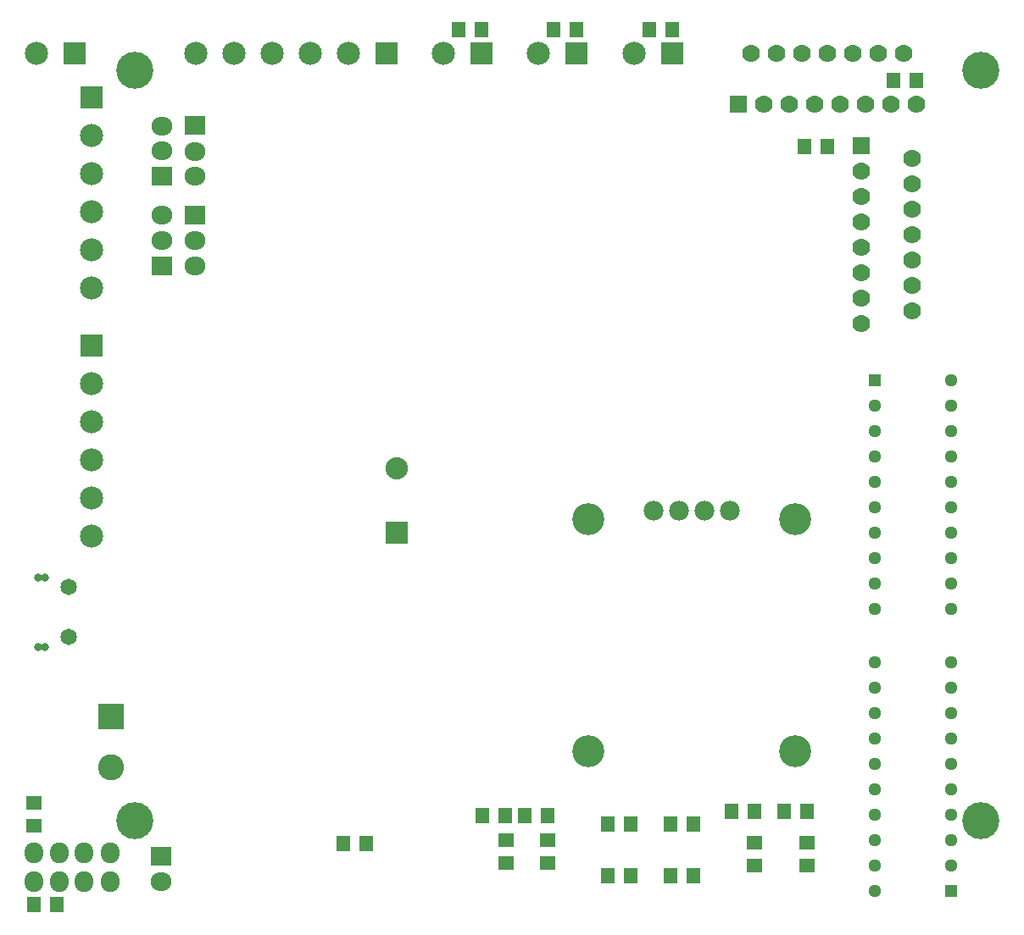
<source format=gbs>
G04*
G04 #@! TF.GenerationSoftware,Altium Limited,Altium Designer,21.2.1 (34)*
G04*
G04 Layer_Color=16711935*
%FSTAX24Y24*%
%MOIN*%
G70*
G04*
G04 #@! TF.SameCoordinates,5BC75E6B-F5FC-40A1-8AA7-6D38C453C1D6*
G04*
G04*
G04 #@! TF.FilePolarity,Negative*
G04*
G01*
G75*
%ADD46R,0.0580X0.0630*%
%ADD51R,0.0630X0.0580*%
%ADD69R,0.0907X0.0907*%
%ADD70C,0.0907*%
%ADD71R,0.0700X0.0700*%
%ADD72C,0.0700*%
%ADD73R,0.0510X0.0510*%
%ADD74C,0.0510*%
%ADD75R,0.0880X0.0880*%
%ADD76C,0.0880*%
%ADD77R,0.0907X0.0907*%
%ADD78O,0.0830X0.0730*%
%ADD79R,0.0830X0.0730*%
%ADD80C,0.0650*%
%ADD81C,0.0320*%
%ADD82O,0.0730X0.0830*%
%ADD83C,0.0780*%
%ADD84C,0.1458*%
%ADD85C,0.1025*%
%ADD86R,0.1025X0.1025*%
%ADD87R,0.0700X0.0700*%
%ADD88C,0.1261*%
%ADD89C,0.0280*%
D46*
X0413Y04307D02*
D03*
X0422D02*
D03*
X0448Y04567D02*
D03*
X0457D02*
D03*
X03032Y01672D02*
D03*
X03122D02*
D03*
X02955D02*
D03*
X02865D02*
D03*
X01101Y01322D02*
D03*
X01191D02*
D03*
X04052Y0169D02*
D03*
X04142D02*
D03*
X03934D02*
D03*
X03844D02*
D03*
X02771Y04765D02*
D03*
X02861D02*
D03*
X03145D02*
D03*
X03235D02*
D03*
X0352D02*
D03*
X0361D02*
D03*
X03358Y01638D02*
D03*
X03448D02*
D03*
X03358Y01435D02*
D03*
X03448D02*
D03*
X02319Y01562D02*
D03*
X02409D02*
D03*
X03603Y01436D02*
D03*
X03693D02*
D03*
X03603Y0164D02*
D03*
X03693D02*
D03*
D51*
X04141Y01567D02*
D03*
Y01477D02*
D03*
X03935Y01567D02*
D03*
Y01477D02*
D03*
X02956Y01575D02*
D03*
Y01485D02*
D03*
X03122D02*
D03*
Y01575D02*
D03*
X01101Y01632D02*
D03*
Y01722D02*
D03*
D69*
X036102Y046721D02*
D03*
X032356D02*
D03*
X02861D02*
D03*
X02488D02*
D03*
X012605D02*
D03*
D70*
X034602D02*
D03*
X030856D02*
D03*
X027111D02*
D03*
X01738D02*
D03*
X01888D02*
D03*
X02188D02*
D03*
X02338D02*
D03*
X02038D02*
D03*
X011105D02*
D03*
X01327Y04049D02*
D03*
Y04349D02*
D03*
Y04199D02*
D03*
Y03899D02*
D03*
Y03749D02*
D03*
Y02773D02*
D03*
Y02923D02*
D03*
Y03223D02*
D03*
Y03373D02*
D03*
Y03073D02*
D03*
D71*
X04355Y04308D02*
D03*
D72*
X04555Y04258D02*
D03*
X04355Y04208D02*
D03*
X04555Y04158D02*
D03*
X04355Y04108D02*
D03*
X04555Y04058D02*
D03*
X04355Y04008D02*
D03*
X04555Y03958D02*
D03*
X04355Y03908D02*
D03*
X04555Y03858D02*
D03*
X04355Y03808D02*
D03*
X04555Y03758D02*
D03*
X04355Y03708D02*
D03*
X04555Y03658D02*
D03*
X04355Y03608D02*
D03*
X04572Y04473D02*
D03*
X04522Y04673D02*
D03*
X04472Y04473D02*
D03*
X04422Y04673D02*
D03*
X04372Y04473D02*
D03*
X04322Y04673D02*
D03*
X04272Y04473D02*
D03*
X04222Y04673D02*
D03*
X04172Y04473D02*
D03*
X04122Y04673D02*
D03*
X04072Y04473D02*
D03*
X04022Y04673D02*
D03*
X03972Y04473D02*
D03*
X03922Y04673D02*
D03*
D73*
X04406Y03386D02*
D03*
X04706Y01377D02*
D03*
D74*
X04406Y03286D02*
D03*
Y03186D02*
D03*
Y03086D02*
D03*
Y02986D02*
D03*
Y02886D02*
D03*
Y02786D02*
D03*
Y02686D02*
D03*
Y02586D02*
D03*
Y02486D02*
D03*
X04706D02*
D03*
Y02586D02*
D03*
Y02686D02*
D03*
Y02786D02*
D03*
Y02886D02*
D03*
Y02986D02*
D03*
Y03086D02*
D03*
Y03186D02*
D03*
Y03286D02*
D03*
Y03386D02*
D03*
X04406Y01377D02*
D03*
Y01477D02*
D03*
Y01577D02*
D03*
Y01677D02*
D03*
Y01777D02*
D03*
Y01877D02*
D03*
Y01977D02*
D03*
Y02077D02*
D03*
Y02177D02*
D03*
Y02277D02*
D03*
X04706D02*
D03*
Y02177D02*
D03*
Y02077D02*
D03*
Y01977D02*
D03*
Y01877D02*
D03*
Y01777D02*
D03*
Y01677D02*
D03*
Y01577D02*
D03*
Y01477D02*
D03*
D75*
X02528Y027851D02*
D03*
D76*
Y03041D02*
D03*
D77*
X01327Y04499D02*
D03*
Y03523D02*
D03*
D78*
X01604Y04387D02*
D03*
Y04289D02*
D03*
X01734Y04287D02*
D03*
Y04189D02*
D03*
Y03935D02*
D03*
Y03837D02*
D03*
X01604Y03937D02*
D03*
Y04035D02*
D03*
X016Y01412D02*
D03*
D79*
X01604Y04188D02*
D03*
X01734Y04388D02*
D03*
Y04036D02*
D03*
X01604Y03836D02*
D03*
X016Y01513D02*
D03*
D80*
X01236Y025714D02*
D03*
Y023746D02*
D03*
D81*
X011432Y026108D02*
D03*
X011162D02*
D03*
X011432Y023352D02*
D03*
X011162D02*
D03*
D82*
X011Y01526D02*
D03*
X01201D02*
D03*
X01299D02*
D03*
X014D02*
D03*
X011Y01413D02*
D03*
X01201D02*
D03*
X01299D02*
D03*
X014D02*
D03*
D83*
X03538Y02874D02*
D03*
X03638D02*
D03*
X03738D02*
D03*
X03838D02*
D03*
D84*
X014961Y016537D02*
D03*
X04825D02*
D03*
Y046063D02*
D03*
X014961D02*
D03*
D85*
X014045Y01862D02*
D03*
D86*
Y02062D02*
D03*
D87*
X03872Y04473D02*
D03*
D88*
X032805Y019256D02*
D03*
Y02839D02*
D03*
X040955D02*
D03*
Y019256D02*
D03*
D89*
X03603Y0164D02*
D03*
X03693D02*
D03*
Y01436D02*
D03*
X03603D02*
D03*
X04141Y01567D02*
D03*
X03935D02*
D03*
X02956Y01575D02*
D03*
X03122D02*
D03*
M02*

</source>
